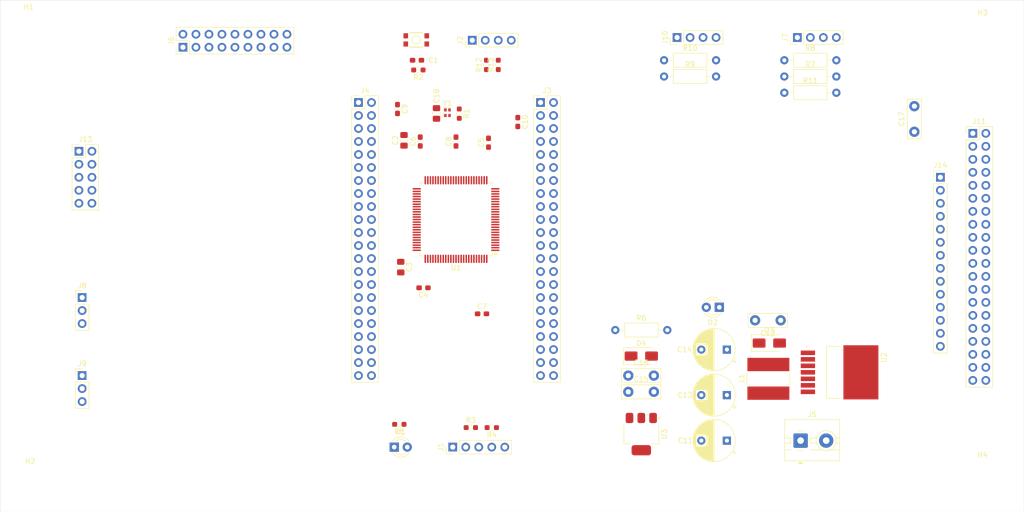
<source format=kicad_pcb>
(kicad_pcb (version 20241229) (generator "pcbnew") (generator_version "9.0")
  (layers (0 "F.Cu" signal) (2 "B.Cu" signal) (13 "F.Paste" user) (15 "B.Paste" user) (5 "F.SilkS" user "F.Silkscreen") (7 "B.SilkS" user "B.Silkscreen") (1 "F.Mask" user) (3 "B.Mask" user) (25 "Edge.Cuts" user))
  (net 0 "")
  (net 1 "GND")
  (net 2 "Net-(C2-Pad1)")
  (net 3 "Net-(C3-Pad1)")
  (net 4 "+3.3V")
  (net 5 "Net-(J5-Pin_1)")
  (net 6 "Net-(D3-K)")
  (net 7 "Net-(U2-BOOST)")
  (net 8 "VCC")
  (net 9 "Net-(D1-A)")
  (net 10 "PA1")
  (net 11 "Net-(D2-A)")
  (net 12 "/DEVEBOX/SWDIO")
  (net 13 "/DEVEBOX/SWCLK")
  (net 14 "/DEVEBOX/BOOT0")
  (net 15 "PA10")
  (net 17 "PA11")
  (net 18 "+5V")
  (net 19 "PC11")
  (net 20 "PC8")
  (net 21 "PA8")
  (net 22 "PD9")
  (net 23 "PC9")
  (net 24 "PD12")
  (net 25 "PD6")
  (net 26 "PA12")
  (net 27 "PE1")
  (net 28 "PD2")
  (net 29 "PD11")
  (net 30 "PD1")
  (net 31 "PE0")
  (net 32 "PD4")
  (net 33 "PA15")
  (net 34 "PB8")
  (net 35 "PC6")
  (net 36 "PD10")
  (net 37 "PB5")
  (net 38 "PB4")
  (net 39 "PD15")
  (net 40 "PD0")
  (net 41 "PD14")
  (net 42 "PB6")
  (net 43 "PD7")
  (net 44 "PB7")
  (net 45 "PC7")
  (net 46 "PB9")
  (net 47 "PC10")
  (net 48 "PC12")
  (net 49 "PB3")
  (net 50 "PD3")
  (net 51 "PD13")
  (net 52 "PD5")
  (net 53 "PA9")
  (net 54 "PD8")
  (net 55 "PB15")
  (net 56 "PB13")
  (net 57 "PA2")
  (net 58 "PE13")
  (net 59 "PC5")
  (net 60 "PB1")
  (net 61 "PB2")
  (net 62 "PC1")
  (net 63 "PA5")
  (net 64 "PC3")
  (net 65 "PE9")
  (net 66 "PE5")
  (net 67 "PE4")
  (net 68 "PE11")
  (net 69 "PC0")
  (net 70 "PA4")
  (net 71 "PC13")
  (net 72 "PE14")
  (net 74 "PE12")
  (net 75 "PB11")
  (net 76 "PC4")
  (net 77 "PA6")
  (net 78 "PA3")
  (net 79 "PE2")
  (net 80 "PA0")
  (net 81 "PE6")
  (net 82 "PE8")
  (net 83 "PE7")
  (net 84 "PA7")
  (net 86 "PB10")
  (net 87 "PE15")
  (net 88 "PE3")
  (net 89 "PB12")
  (net 90 "PC2")
  (net 91 "PE10")
  (net 92 "PB14")
  (net 93 "PB0")
  (net 108 "Net-(Y1-OUT)")
  (net 109 "Net-(U1-PH0)")
  (net 113 "Net-(SW1-B)")
  (net 114 "Net-(J2-Pin_3)")
  (net 115 "Net-(J2-Pin_2)")
  (footprint "Capacitor_SMD:C_0603_1608Metric_Pad1.08x0.95mm_HandSolder" (layer "F.Cu") (at 139.05 47.62 90)
    (property "Reference" "C8" (at 0 -1.43 90) (layer "F.SilkS"))
    (property "Value" "104")
    (pad "1" smd roundrect (at -0.8625 0 90) (size 1.075 0.95) (layers "F.Cu" "F.Mask" "F.Paste") (net 4 "+3.3V"))
    (pad "2" smd roundrect (at 0.8625 0 90) (size 1.075 0.95) (layers "F.Cu" "F.Mask" "F.Paste") (net 1 "GND"))
  )
  (footprint "Connector_PinHeader_2.54mm:PinHeader_1x03_P2.54mm_Vertical" (layer "F.Cu") (at 66.025 78.1)
    (property "Reference" "J8" (at 0 -2.33 0) (layer "F.SilkS"))
    (property "Value" "Conn_01x03")
    (pad "1" thru_hole rect (at 0 0) (size 1.7 1.7) (drill 1) (layers "*.Cu" "*.Mask") (net 53 "PA9"))
    (pad "2" thru_hole oval (at 0 2.54) (size 1.7 1.7) (drill 1) (layers "*.Cu" "*.Mask") (net 1 "GND"))
    (pad "3" thru_hole oval (at 0 5.08) (size 1.7 1.7) (drill 1) (layers "*.Cu" "*.Mask") (net 15 "PA10"))
  )
  (footprint "Resistor_SMD:R_0603_1608Metric_Pad0.98x0.95mm_HandSolder" (layer "F.Cu") (at 146.035 103.5 180)
    (property "Reference" "R4" (at 0 -1.43 0) (layer "F.SilkS"))
    (property "Value" "10K")
    (pad "1" smd roundrect (at -0.9125 0 180) (size 0.975 0.95) (layers "F.Cu" "F.Mask" "F.Paste") (net 13 "/DEVEBOX/SWCLK"))
    (pad "2" smd roundrect (at 0.9125 0 180) (size 0.975 0.95) (layers "F.Cu" "F.Mask" "F.Paste") (net 1 "GND"))
  )
  (footprint "Package_QFP:LQFP-100_14x14mm_P0.5mm" (layer "F.Cu") (at 139.05 62.86 180)
    (property "Reference" "U1" (at 0 -9.42 0) (layer "F.SilkS"))
    (property "Value" "STM32H743VITx")
    (pad "1" smd roundrect (at -7.675 -6 180) (size 1.6 0.3) (layers "F.Cu" "F.Mask" "F.Paste") (net 79 "PE2"))
    (pad "2" smd roundrect (at -7.675 -5.5 180) (size 1.6 0.3) (layers "F.Cu" "F.Mask" "F.Paste") (net 88 "PE3"))
    (pad "3" smd roundrect (at -7.675 -5 180) (size 1.6 0.3) (layers "F.Cu" "F.Mask" "F.Paste") (net 67 "PE4"))
    (pad "4" smd roundrect (at -7.675 -4.5 180) (size 1.6 0.3) (layers "F.Cu" "F.Mask" "F.Paste") (net 66 "PE5"))
    (pad "5" smd roundrect (at -7.675 -4 180) (size 1.6 0.3) (layers "F.Cu" "F.Mask" "F.Paste") (net 81 "PE6"))
    (pad "6" smd roundrect (at -7.675 -3.5 180) (size 1.6 0.3) (layers "F.Cu" "F.Mask" "F.Paste") (net 4 "+3.3V"))
    (pad "7" smd roundrect (at -7.675 -3 180) (size 1.6 0.3) (layers "F.Cu" "F.Mask" "F.Paste") (net 71 "PC13"))
    (pad "8" smd roundrect (at -7.675 -2.5 180) (size 1.6 0.3) (layers "F.Cu" "F.Mask" "F.Paste"))
    (pad "9" smd roundrect (at -7.675 -2 180) (size 1.6 0.3) (layers "F.Cu" "F.Mask" "F.Paste"))
    (pad "10" smd roundrect (at -7.675 -1.5 180) (size 1.6 0.3) (layers "F.Cu" "F.Mask" "F.Paste") (net 1 "GND"))
    (pad "11" smd roundrect (at -7.675 -1 180) (size 1.6 0.3) (layers "F.Cu" "F.Mask" "F.Paste") (net 4 "+3.3V"))
    (pad "12" smd roundrect (at -7.675 -0.5 180) (size 1.6 0.3) (layers "F.Cu" "F.Mask" "F.Paste") (net 109 "Net-(U1-PH0)"))
    (pad "13" smd roundrect (at -7.675 0 180) (size 1.6 0.3) (layers "F.Cu" "F.Mask" "F.Paste"))
    (pad "14" smd roundrect (at -7.675 0.5 180) (size 1.6 0.3) (layers "F.Cu" "F.Mask" "F.Paste") (net 113 "Net-(SW1-B)"))
    (pad "15" smd roundrect (at -7.675 1 180) (size 1.6 0.3) (layers "F.Cu" "F.Mask" "F.Paste") (net 69 "PC0"))
    (pad "16" smd roundrect (at -7.675 1.5 180) (size 1.6 0.3) (layers "F.Cu" "F.Mask" "F.Paste") (net 62 "PC1"))
    (pad "17" smd roundrect (at -7.675 2 180) (size 1.6 0.3) (layers "F.Cu" "F.Mask" "F.Paste") (net 90 "PC2"))
    (pad "18" smd roundrect (at -7.675 2.5 180) (size 1.6 0.3) (layers "F.Cu" "F.Mask" "F.Paste") (net 64 "PC3"))
    (pad "19" smd roundrect (at -7.675 3 180) (size 1.6 0.3) (layers "F.Cu" "F.Mask" "F.Paste") (net 1 "GND"))
    (pad "20" smd roundrect (at -7.675 3.5 180) (size 1.6 0.3) (layers "F.Cu" "F.Mask" "F.Paste") (net 4 "+3.3V"))
    (pad "21" smd roundrect (at -7.675 4 180) (size 1.6 0.3) (layers "F.Cu" "F.Mask" "F.Paste") (net 4 "+3.3V"))
    (pad "22" smd roundrect (at -7.675 4.5 180) (size 1.6 0.3) (layers "F.Cu" "F.Mask" "F.Paste") (net 80 "PA0"))
    (pad "23" smd roundrect (at -7.675 5 180) (size 1.6 0.3) (layers "F.Cu" "F.Mask" "F.Paste") (net 10 "PA1"))
    (pad "24" smd roundrect (at -7.675 5.5 180) (size 1.6 0.3) (layers "F.Cu" "F.Mask" "F.Paste") (net 57 "PA2"))
    (pad "25" smd roundrect (at -7.675 6 180) (size 1.6 0.3) (layers "F.Cu" "F.Mask" "F.Paste") (net 78 "PA3"))
    (pad "26" smd roundrect (at -6 7.675 180) (size 0.3 1.6) (layers "F.Cu" "F.Mask" "F.Paste") (net 1 "GND"))
    (pad "27" smd roundrect (at -5.5 7.675 180) (size 0.3 1.6) (layers "F.Cu" "F.Mask" "F.Paste") (net 4 "+3.3V"))
    (pad "28" smd roundrect (at -5 7.675 180) (size 0.3 1.6) (layers "F.Cu" "F.Mask" "F.Paste") (net 70 "PA4"))
    (pad "29" smd roundrect (at -4.5 7.675 180) (size 0.3 1.6) (layers "F.Cu" "F.Mask" "F.Paste") (net 63 "PA5"))
    (pad "30" smd roundrect (at -4 7.675 180) (size 0.3 1.6) (layers "F.Cu" "F.Mask" "F.Paste") (net 77 "PA6"))
    (pad "31" smd roundrect (at -3.5 7.675 180) (size 0.3 1.6) (layers "F.Cu" "F.Mask" "F.Paste") (net 84 "PA7"))
    (pad "32" smd roundrect (at -3 7.675 180) (size 0.3 1.6) (layers "F.Cu" "F.Mask" "F.Paste") (net 76 "PC4"))
    (pad "33" smd roundrect (at -2.5 7.675 180) (size 0.3 1.6) (layers "F.Cu" "F.Mask" "F.Paste") (net 59 "PC5"))
    (pad "34" smd roundrect (at -2 7.675 180) (size 0.3 1.6) (layers "F.Cu" "F.Mask" "F.Paste") (net 93 "PB0"))
    (pad "35" smd roundrect (at -1.5 7.675 180) (size 0.3 1.6) (layers "F.Cu" "F.Mask" "F.Paste") (net 60 "PB1"))
    (pad "36" smd roundrect (at -1 7.675 180) (size 0.3 1.6) (layers "F.Cu" "F.Mask" "F.Paste") (net 61 "PB2"))
    (pad "37" smd roundrect (at -0.5 7.675 180) (size 0.3 1.6) (layers "F.Cu" "F.Mask" "F.Paste") (net 83 "PE7"))
    (pad "38" smd roundrect (at 0 7.675 180) (size 0.3 1.6) (layers "F.Cu" "F.Mask" "F.Paste") (net 82 "PE8"))
    (pad "39" smd roundrect (at 0.5 7.675 180) (size 0.3 1.6) (layers "F.Cu" "F.Mask" "F.Paste") (net 65 "PE9"))
    (pad "40" smd roundrect (at 1 7.675 180) (size 0.3 1.6) (layers "F.Cu" "F.Mask" "F.Paste") (net 91 "PE10"))
    (pad "41" smd roundrect (at 1.5 7.675 180) (size 0.3 1.6) (layers "F.Cu" "F.Mask" "F.Paste") (net 68 "PE11"))
    (pad "42" smd roundrect (at 2 7.675 180) (size 0.3 1.6) (layers "F.Cu" "F.Mask" "F.Paste") (net 74 "PE12"))
    (pad "43" smd roundrect (at 2.5 7.675 180) (size 0.3 1.6) (layers "F.Cu" "F.Mask" "F.Paste") (net 58 "PE13"))
    (pad "44" smd roundrect (at 3 7.675 180) (size 0.3 1.6) (layers "F.Cu" "F.Mask" "F.Paste") (net 72 "PE14"))
    (pad "45" smd roundrect (at 3.5 7.675 180) (size 0.3 1.6) (layers "F.Cu" "F.Mask" "F.Paste") (net 87 "PE15"))
    (pad "46" smd roundrect (at 4 7.675 180) (size 0.3 1.6) (layers "F.Cu" "F.Mask" "F.Paste") (net 86 "PB10"))
    (pad "47" smd roundrect (at 4.5 7.675 180) (size 0.3 1.6) (layers "F.Cu" "F.Mask" "F.Paste") (net 75 "PB11"))
    (pad "48" smd roundrect (at 5 7.675 180) (size 0.3 1.6) (layers "F.Cu" "F.Mask" "F.Paste") (net 2 "Net-(C2-Pad1)"))
    (pad "49" smd roundrect (at 5.5 7.675 180) (size 0.3 1.6) (layers "F.Cu" "F.Mask" "F.Paste") (net 1 "GND"))
    (pad "50" smd roundrect (at 6 7.675 180) (size 0.3 1.6) (layers "F.Cu" "F.Mask" "F.Paste") (net 4 "+3.3V"))
    (pad "51" smd roundrect (at 7.675 6 180) (size 1.6 0.3) (layers "F.Cu" "F.Mask" "F.Paste") (net 89 "PB12"))
    (pad "52" smd roundrect (at 7.675 5.5 180) (size 1.6 0.3) (layers "F.Cu" "F.Mask" "F.Paste") (net 56 "PB13"))
    (pad "53" smd roundrect (at 7.675 5 180) (size 1.6 0.3) (layers "F.Cu" "F.Mask" "F.Paste") (net 92 "PB14"))
    (pad "54" smd roundrect (at 7.675 4.5 180) (size 1.6 0.3) (layers "F.Cu" "F.Mask" "F.Paste") (net 55 "PB15"))
    (pad "55" smd roundrect (at 7.675 4 180) (size 1.6 0.3) (layers "F.Cu" "F.Mask" "F.Paste") (net 54 "PD8"))
    (pad "56" smd roundrect (at 7.675 3.5 180) (size 1.6 0.3) (layers "F.Cu" "F.Mask" "F.Paste") (net 22 "PD9"))
    (pad "57" smd roundrect (at 7.675 3 180) (size 1.6 0.3) (layers "F.Cu" "F.Mask" "F.Paste") (net 36 "PD10"))
    (pad "58" smd roundrect (at 7.675 2.5 180) (size 1.6 0.3) (layers "F.Cu" "F.Mask" "F.Paste") (net 29 "PD11"))
    (pad "59" smd roundrect (at 7.675 2 180) (size 1.6 0.3) (layers "F.Cu" "F.Mask" "F.Paste") (net 24 "PD12"))
    (pad "60" smd roundrect (at 7.675 1.5 180) (size 1.6 0.3) (layers "F.Cu" "F.Mask" "F.Paste") (net 51 "PD13"))
    (pad "61" smd roundrect (at 7.675 1 180) (size 1.6 0.3) (layers "F.Cu" "F.Mask" "F.Paste") (net 41 "PD14"))
    (pad "62" smd roundrect (at 7.675 0.5 180) (size 1.6 0.3) (layers "F.Cu" "F.Mask" "F.Paste") (net 39 "PD15"))
    (pad "63" smd roundrect (at 7.675 0 180) (size 1.6 0.3) (layers "F.Cu" "F.Mask" "F.Paste") (net 35 "PC6"))
    (pad "64" smd roundrect (at 7.675 -0.5 180) (size 1.6 0.3) (layers "F.Cu" "F.Mask" "F.Paste") (net 45 "PC7"))
    (pad "65" smd roundrect (at 7.675 -1 180) (size 1.6 0.3) (layers "F.Cu" "F.Mask" "F.Paste") (net 20 "PC8"))
    (pad "66" smd roundrect (at 7.675 -1.5 180) (size 1.6 0.3) (layers "F.Cu" "F.Mask" "F.Paste") (net 23 "PC9"))
    (pad "67" smd roundrect (at 7.675 -2 180) (size 1.6 0.3) (layers "F.Cu" "F.Mask" "F.Paste") (net 21 "PA8"))
    (pad "68" smd roundrect (at 7.675 -2.5 180) (size 1.6 0.3) (layers "F.Cu" "F.Mask" "F.Paste") (net 53 "PA9"))
    (pad "69" smd roundrect (at 7.675 -3 180) (size 1.6 0.3) (layers "F.Cu" "F.Mask" "F.Paste") (net 15 "PA10"))
    (pad "70" smd roundrect (at 7.675 -3.5 180) (size 1.6 0.3) (layers "F.Cu" "F.Mask" "F.Paste") (net 17 "PA11"))
    (pad "71" smd roundrect (at 7.675 -4 180) (size 1.6 0.3) (layers "F.Cu" "F.Mask" "F.Paste") (net 26 "PA12"))
    (pad "72" smd roundrect (at 7.675 -4.5 180) (size 1.6 0.3) (layers "F.Cu" "F.Mask" "F.Paste") (net 12 "/DEVEBOX/SWDIO"))
    (pad "73" smd roundrect (at 7.675 -5 180) (size 1.6 0.3) (layers "F.Cu" "F.Mask" "F.Paste") (net 3 "Net-(C3-Pad1)"))
    (pad "74" smd roundrect (at 7.675 -5.5 180) (size 1.6 0.3) (layers "F.Cu" "F.Mask" "F.Paste") (net 1 "GND"))
    (pad "75" smd roundrect (at 7.675 -6 180) (size 1.6 0.3) (layers "F.Cu" "F.Mask" "F.Paste") (net 4 "+3.3V"))
    (pad "76" smd roundrect (at 6 -7.675 180) (size 0.3 1.6) (layers "F.Cu" "F.Mask" "F.Paste") (net 13 "/DEVEBOX/SWCLK"))
    (pad "77" smd roundrect (at 5.5 -7.675 180) (size 0.3 1.6) (layers "F.Cu" "F.Mask" "F.Paste") (net 33 "PA15"))
    (pad "78" smd roundrect (at 5 -7.675 180) (size 0.3 1.6) (layers "F.Cu" "F.Mask" "F.Paste") (net 47 "PC10"))
    (pad "79" smd roundrect (at 4.5 -7.675 180) (size 0.3 1.6) (layers "F.Cu" "F.Mask" "F.Paste") (net 19 "PC11"))
    (pad "80" smd roundrect (at 4 -7.675 180) (size 0.3 1.6) (layers "F.Cu" "F.Mask" "F.Paste") (net 48 "PC12"))
    (pad "81" smd roundrect (at 3.5 -7.675 180) (size 0.3 1.6) (layers "F.Cu" "F.Mask" "F.Paste") (net 40 "PD0"))
    (pad "82" smd roundrect (at 3 -7.675 180) (size 0.3 1.6) (layers "F.Cu" "F.Mask" "F.Paste") (net 30 "PD1"))
    (pad "83" smd roundrect (at 2.5 -7.675 180) (size 0.3 1.6) (layers "F.Cu" "F.Mask" "F.Paste") (net 28 "PD2"))
    (pad "84" smd roundrect (at 2 -7.675 180) (size 0.3 1.6) (layers "F.Cu" "F.Mask" "F.Paste") (net 50 "PD3"))
    (pad "85" smd roundrect (at 1.5 -7.675 180) (size 0.3 1.6) (layers "F.Cu" "F.Mask" "F.Paste") (net 32 "PD4"))
    (pad "86" smd roundrect (at 1 -7.675 180) (size 0.3 1.6) (layers "F.Cu" "F.Mask" "F.Paste") (net 52 "PD5"))
    (pad "87" smd roundrect (at 0.5 -7.675 180) (size 0.3 1.6) (layers "F.Cu" "F.Mask" "F.Paste") (net 25 "PD6"))
    (pad "88" smd roundrect (at 0 -7.675 180) (size 0.3 1.6) (layers "F.Cu" "F.Mask" "F.Paste") (net 43 "PD7"))
    (pad "89" smd roundrect (at -0.5 -7.675 180) (size 0.3 1.6) (layers "F.Cu" "F.Mask" "F.Paste") (net 49 "PB3"))
    (pad "90" smd roundrect (at -1 -7.675 180) (size 0.3 1.6) (layers "F.Cu" "F.Mask" "F.Paste") (net 38 "PB4"))
    (pad "91" smd roundrect (at -1.5 -7.675 180) (size 0.3 1.6) (layers "F.Cu" "F.Mask" "F.Paste") (net 37 "PB5"))
    (pad "92" smd roundrect (at -2 -7.675 180) (size 0.3 1.6) (layers "F.Cu" "F.Mask" "F.Paste") (net 42 "PB6"))
    (pad "93" smd roundrect (at -2.5 -7.675 180) (size 0.3 1.6) (layers "F.Cu" "F.Mask" "F.Paste") (net 44 "PB7"))
    (pad "94" smd roundrect (at -3 -7.675 180) (size 0.3 1.6) (layers "F.Cu" "F.Mask" "F.Paste") (net 14 "/DEVEBOX/BOOT0"))
    (pad "95" smd roundrect (at -3.5 -7.675 180) (size 0.3 1.6) (layers "F.Cu" "F.Mask" "F.Paste") (net 34 "PB8"))
    (pad "96" smd roundrect (at -4 -7.675 180) (size 0.3 1.6) (layers "F.Cu" "F.Mask" "F.Paste") (net 46 "PB9"))
    (pad "97" smd roundrect (at -4.5 -7.675 180) (size 0.3 1.6) (layers "F.Cu" "F.Mask" "F.Paste") (net 31 "PE0"))
    (pad "98" smd roundrect (at -5 -7.675 180) (size 0.3 1.6) (layers "F.Cu" "F.Mask" "F.Paste") (net 27 "PE1"))
    (pad "99" smd roundrect (at -5.5 -7.675 180) (size 0.3 1.6) (layers "F.Cu" "F.Mask" "F.Paste") (net 1 "GND"))
    (pad "100" smd roundrect (at -6 -7.675 180) (size 0.3 1.6) (layers "F.Cu" "F.Mask" "F.Paste") (net 4 "+3.3V"))
  )
  (footprint "Connector_PinHeader_2.54mm:PinHeader_1x04_P2.54mm_Vertical" (layer "F.Cu") (at 142.225 27.84 90)
    (property "Reference" "J2" (at 0 -2.33 90) (layer "F.SilkS"))
    (property "Value" "USB")
    (pad "1" thru_hole rect (at 0 0 90) (size 1.7 1.7) (drill 1) (layers "*.Cu" "*.Mask"))
    (pad "2" thru_hole oval (at 0 2.54 90) (size 1.7 1.7) (drill 1) (layers "*.Cu" "*.Mask") (net 115 "Net-(J2-Pin_2)"))
    (pad "3" thru_hole oval (at 0 5.08 90) (size 1.7 1.7) (drill 1) (layers "*.Cu" "*.Mask") (net 114 "Net-(J2-Pin_3)"))
    (pad "4" thru_hole oval (at 0 7.62 90) (size 1.7 1.7) (drill 1) (layers "*.Cu" "*.Mask") (net 1 "GND"))
  )
  (footprint "Connector_PinHeader_2.54mm:PinHeader_2x20_P2.54mm_Vertical" (layer "F.Cu") (at 240 46.02)
    (property "Reference" "J11" (at 1.27 -2.33 0) (layer "F.SilkS"))
    (property "Value" "TFT_LCD2")
    (pad "1" thru_hole rect (at 0 0) (size 1.7 1.7) (drill 1) (layers "*.Cu" "*.Mask") (net 1 "GND"))
    (pad "2" thru_hole oval (at 2.54 0) (size 1.7 1.7) (drill 1) (layers "*.Cu" "*.Mask") (net 8 "VCC"))
    (pad "3" thru_hole oval (at 0 2.54) (size 1.7 1.7) (drill 1) (layers "*.Cu" "*.Mask") (net 43 "PD7"))
    (pad "4" thru_hole oval (at 2.54 2.54) (size 1.7 1.7) (drill 1) (layers "*.Cu" "*.Mask") (net 29 "PD11"))
    (pad "5" thru_hole oval (at 0 5.08) (size 1.7 1.7) (drill 1) (layers "*.Cu" "*.Mask") (net 32 "PD4"))
    (pad "6" thru_hole oval (at 2.54 5.08) (size 1.7 1.7) (drill 1) (layers "*.Cu" "*.Mask") (net 52 "PD5"))
    (pad "7" thru_hole oval (at 0 7.62) (size 1.7 1.7) (drill 1) (layers "*.Cu" "*.Mask") (net 76 "PC4"))
    (pad "8" thru_hole oval (at 2.54 7.62) (size 1.7 1.7) (drill 1) (layers "*.Cu" "*.Mask") (net 28 "PD2"))
    (pad "9" thru_hole oval (at 0 10.16) (size 1.7 1.7) (drill 1) (layers "*.Cu" "*.Mask") (net 41 "PD14"))
    (pad "10" thru_hole oval (at 2.54 10.16) (size 1.7 1.7) (drill 1) (layers "*.Cu" "*.Mask") (net 39 "PD15"))
    (pad "11" thru_hole oval (at 0 12.7) (size 1.7 1.7) (drill 1) (layers "*.Cu" "*.Mask") (net 40 "PD0"))
    (pad "12" thru_hole oval (at 2.54 12.7) (size 1.7 1.7) (drill 1) (layers "*.Cu" "*.Mask") (net 30 "PD1"))
    (pad "13" thru_hole oval (at 0 15.24) (size 1.7 1.7) (drill 1) (layers "*.Cu" "*.Mask") (net 83 "PE7"))
    (pad "14" thru_hole oval (at 2.54 15.24) (size 1.7 1.7) (drill 1) (layers "*.Cu" "*.Mask") (net 82 "PE8"))
    (pad "15" thru_hole oval (at 0 17.78) (size 1.7 1.7) (drill 1) (layers "*.Cu" "*.Mask") (net 65 "PE9"))
    (pad "16" thru_hole oval (at 2.54 17.78) (size 1.7 1.7) (drill 1) (layers "*.Cu" "*.Mask") (net 91 "PE10"))
    (pad "17" thru_hole oval (at 0 20.32) (size 1.7 1.7) (drill 1) (layers "*.Cu" "*.Mask") (net 68 "PE11"))
    (pad "18" thru_hole oval (at 2.54 20.32) (size 1.7 1.7) (drill 1) (layers "*.Cu" "*.Mask") (net 74 "PE12"))
    (pad "19" thru_hole oval (at 0 22.86) (size 1.7 1.7) (drill 1) (layers "*.Cu" "*.Mask") (net 58 "PE13"))
    (pad "20" thru_hole oval (at 2.54 22.86) (size 1.7 1.7) (drill 1) (layers "*.Cu" "*.Mask") (net 72 "PE14"))
    (pad "21" thru_hole oval (at 0 25.4) (size 1.7 1.7) (drill 1) (layers "*.Cu" "*.Mask") (net 87 "PE15"))
    (pad "22" thru_hole oval (at 2.54 25.4) (size 1.7 1.7) (drill 1) (layers "*.Cu" "*.Mask") (net 54 "PD8"))
    (pad "23" thru_hole oval (at 0 27.94) (size 1.7 1.7) (drill 1) (layers "*.Cu" "*.Mask") (net 22 "PD9"))
    (pad "24" thru_hole oval (at 2.54 27.94) (size 1.7 1.7) (drill 1) (layers "*.Cu" "*.Mask") (net 36 "PD10"))
    (pad "25" thru_hole oval (at 0 30.48) (size 1.7 1.7) (drill 1) (layers "*.Cu" "*.Mask"))
    (pad "26" thru_hole oval (at 2.54 30.48) (size 1.7 1.7) (drill 1) (layers "*.Cu" "*.Mask"))
    (pad "27" thru_hole oval (at 0 33.02) (size 1.7 1.7) (drill 1) (layers "*.Cu" "*.Mask"))
    (pad "28" thru_hole oval (at 2.54 33.02) (size 1.7 1.7) (drill 1) (layers "*.Cu" "*.Mask"))
    (pad "29" thru_hole oval (at 0 35.56) (size 1.7 1.7) (drill 1) (layers "*.Cu" "*.Mask"))
    (pad "30" thru_hole oval (at 2.54 35.56) (size 1.7 1.7) (drill 1) (layers "*.Cu" "*.Mask"))
    (pad "31" thru_hole oval (at 0 38.1) (size 1.7 1.7) (drill 1) (layers "*.Cu" "*.Mask"))
    (pad "32" thru_hole oval (at 2.54 38.1) (size 1.7 1.7) (drill 1) (layers "*.Cu" "*.Mask"))
    (pad "33" thru_hole oval (at 0 40.64) (size 1.7 1.7) (drill 1) (layers "*.Cu" "*.Mask"))
    (pad "34" thru_hole oval (at 2.54 40.64) (size 1.7 1.7) (drill 1) (layers "*.Cu" "*.Mask") (net 34 "PB8"))
    (pad "35" thru_hole oval (at 0 43.18) (size 1.7 1.7) (drill 1) (layers "*.Cu" "*.Mask") (net 46 "PB9"))
    (pad "36" thru_hole oval (at 2.54 43.18) (size 1.7 1.7) (drill 1) (layers "*.Cu" "*.Mask") (net 59 "PC5"))
    (pad "37" thru_hole oval (at 0 45.72) (size 1.7 1.7) (drill 1) (layers "*.Cu" "*.Mask"))
    (pad "38" thru_hole oval (at 2.54 45.72) (size 1.7 1.7) (drill 1) (layers "*.Cu" "*.Mask"))
    (pad "39" thru_hole oval (at 0 48.26) (size 1.7 1.7) (drill 1) (layers "*.Cu" "*.Mask") (net 93 "PB0"))
    (pad "40" thru_hole oval (at 2.54 48.26) (size 1.7 1.7) (drill 1) (layers "*.Cu" "*.Mask"))
  )
  (footprint "Resistor_THT:R_Axial_DIN0207_L6.3mm_D2.5mm_P10.16mm_Horizontal" (layer "F.Cu") (at 170.165 84.45)
    (property "Reference" "R6" (at 5.08 -2.37 0) (layer "F.SilkS"))
    (property "Value" "330")
    (pad "1" thru_hole circle (at 0 0) (size 1.6 1.6) (drill 0.8) (layers "*.Cu" "*.Mask") (net 8 "VCC"))
    (pad "2" thru_hole oval (at 10.16 0) (size 1.6 1.6) (drill 0.8) (layers "*.Cu" "*.Mask") (net 11 "Net-(D2-A)"))
  )
  (footprint "Connector_PinHeader_2.54mm:PinHeader_1x04_P2.54mm_Vertical" (layer "F.Cu") (at 205.725 27.3 90)
    (property "Reference" "J7" (at 0 -2.33 90) (layer "F.SilkS"))
    (property "Value" "LCD_CHAR")
    (pad "1" thru_hole rect (at 0 0 90) (size 1.7 1.7) (drill 1) (layers "*.Cu" "*.Mask") (net 1 "GND"))
    (pad "2" thru_hole oval (at 0 2.54 90) (size 1.7 1.7) (drill 1) (layers "*.Cu" "*.Mask") (net 8 "VCC"))
    (pad "3" thru_hole oval (at 0 5.08 90) (size 1.7 1.7) (drill 1) (layers "*.Cu" "*.Mask") (net 46 "PB9"))
    (pad "4" thru_hole oval (at 0 7.62 90) (size 1.7 1.7) (drill 1) (layers "*.Cu" "*.Mask") (net 34 "PB8"))
  )
  (footprint "Resistor_SMD:R_0603_1608Metric_Pad0.98x0.95mm_HandSolder" (layer "F.Cu") (at 144.99 32.65 90)
    (property "Reference" "R12" (at 0 -1.43 90) (layer "F.SilkS"))
    (property "Value" "33")
    (pad "1" smd roundrect (at -0.9125 0 90) (size 0.975 0.95) (layers "F.Cu" "F.Mask" "F.Paste") (net 17 "PA11"))
    (pad "2" smd roundrect (at 0.9125 0 90) (size 0.975 0.95) (layers "F.Cu" "F.Mask" "F.Paste") (net 115 "Net-(J2-Pin_2)"))
  )
  (footprint "Connector_PinHeader_2.54mm:PinHeader_1x05_P2.54mm_Vertical" (layer "F.Cu") (at 138.415 107.31 90)
    (property "Reference" "J1" (at 0 -2.33 90) (layer "F.SilkS"))
    (property "Value" "ST-LINK")
    (pad "1" thru_hole rect (at 0 0 90) (size 1.7 1.7) (drill 1) (layers "*.Cu" "*.Mask") (net 14 "/DEVEBOX/BOOT0"))
    (pad "2" thru_hole oval (at 0 2.54 90) (size 1.7 1.7) (drill 1) (layers "*.Cu" "*.Mask") (net 4 "+3.3V"))
    (pad "3" thru_hole oval (at 0 5.08 90) (size 1.7 1.7) (drill 1) (layers "*.Cu" "*.Mask") (net 1 "GND"))
    (pad "4" thru_hole oval (at 0 7.62 90) (size 1.7 1.7) (drill 1) (layers "*.Cu" "*.Mask") (net 12 "/DEVEBOX/SWDIO"))
    (pad "5" thru_hole oval (at 0 10.16 90) (size 1.7 1.7) (drill 1) (layers "*.Cu" "*.Mask") (net 13 "/DEVEBOX/SWCLK"))
  )
  (footprint "Capacitor_THT:CP_Radial_D8.0mm_P5.00mm" (layer "F.Cu") (at 191.967651 88.26 180)
    (property "Reference" "C14" (at 8.255 0 0) (layer "F.SilkS"))
    (property "Value" "100uF" (hide yes))
    (pad "1" thru_hole rect (at 0 0 180) (size 1.6 1.6) (drill 0.8) (layers "*.Cu" "*.Mask") (net 8 "VCC"))
    (pad "2" thru_hole circle (at 5 0 180) (size 1.6 1.6) (drill 0.8) (layers "*.Cu" "*.Mask") (net 1 "GND"))
  )
  (footprint "Capacitor_SMD:C_0603_1608Metric_Pad1.08x0.95mm_HandSolder" (layer "F.Cu") (at 127.62 41.27 -90)
    (property "Reference" "C9" (at 0 -1.43 270) (layer "F.SilkS"))
    (property "Value" "104")
    (pad "1" smd roundrect (at -0.8625 0 270) (size 1.075 0.95) (layers "F.Cu" "F.Mask" "F.Paste") (net 4 "+3.3V"))
    (pad "2" smd roundrect (at 0.8625 0 270) (size 1.075 0.95) (layers "F.Cu" "F.Mask" "F.Paste") (net 1 "GND"))
  )
  (footprint "Capacitor_SMD:C_0603_1608Metric_Pad1.08x0.95mm_HandSolder" (layer "F.Cu") (at 131.43 31.745)
    (property "Reference" "C1" (at 3.175 0 0) (layer "F.SilkS"))
    (property "Value" "104" (hide yes))
    (pad "1" smd roundrect (at -0.8625 0) (size 1.075 0.95) (layers "F.Cu" "F.Mask" "F.Paste") (net 113 "Net-(SW1-B)"))
    (pad "2" smd roundrect (at 0.8625 0) (size 1.075 0.95) (layers "F.Cu" "F.Mask" "F.Paste") (net 1 "GND"))
  )
  (footprint "Button_Switch_THT:Momentary_SMD_4.6x2.8mm" (layer "F.Cu") (at 131.285 27.77)
    (property "Reference" "SW1")
    (property "Value" "tact switch")
    (pad "1" smd rect (at -2.05 -0.8) (size 0.9 1) (layers "F.Cu" "F.Mask" "F.Paste") (net 1 "GND"))
    (pad "1" smd rect (at 2.05 -0.8) (size 0.9 1) (layers "F.Cu" "F.Mask" "F.Paste") (net 1 "GND"))
    (pad "2" smd rect (at -2.05 0.8) (size 0.9 1) (layers "F.Cu" "F.Mask" "F.Paste") (net 113 "Net-(SW1-B)"))
    (pad "2" smd rect (at 2.05 0.8) (size 0.9 1) (layers "F.Cu" "F.Mask" "F.Paste") (net 113 "Net-(SW1-B)"))
  )
  (footprint "Resistor_THT:R_Axial_DIN0207_L6.3mm_D2.5mm_P10.16mm_Horizontal" (layer "F.Cu") (at 179.69 34.92)
    (property "Reference" "R9" (at 5.08 -2.37 0) (layer "F.SilkS"))
    (property "Value" "4.7K")
    (pad "1" thru_hole circle (at 0 0) (size 1.6 1.6) (drill 0.8) (layers "*.Cu" "*.Mask") (net 4 "+3.3V"))
    (pad "2" thru_hole oval (at 10.16 0) (size 1.6 1.6) (drill 0.8) (layers "*.Cu" "*.Mask") (net 75 "PB11"))
  )
  (footprint "Inductor_SMD:L_Bourns-SRN8040_8x8.15mm" (layer "F.Cu") (at 200.067349 93.975 90)
    (property "Reference" "L1" (at 0.09 -5.23 90) (layer "F.SilkS"))
    (property "Value" "33UH")
    (pad "1" smd rect (at -2.8 0 90) (size 2.6 8.2) (layers "F.Cu" "F.Mask" "F.Paste") (net 8 "VCC"))
    (pad "2" smd rect (at 2.8 0 90) (size 2.6 8.2) (layers "F.Cu" "F.Mask" "F.Paste") (net 6 "Net-(D3-K)"))
  )
  (footprint "Resistor_THT:R_Axial_DIN0207_L6.3mm_D2.5mm_P10.16mm_Horizontal" (layer "F.Cu") (at 203.185 31.745)
    (property "Reference" "R8" (at 5.08 -2.37 0) (layer "F.SilkS"))
    (property "Value" "4.7K")
    (pad "1" thru_hole circle (at 0 0) (size 1.6 1.6) (drill 0.8) (layers "*.Cu" "*.Mask") (net 4 "+3.3V"))
    (pad "2" thru_hole oval (at 10.16 0) (size 1.6 1.6) (drill 0.8) (layers "*.Cu" "*.Mask") (net 34 "PB8"))
  )
  (footprint "Capacitor_THT:CP_Radial_D8.0mm_P5.00mm" (layer "F.Cu") (at 191.967651 97.15 180)
    (property "Reference" "C13" (at 8.175 0 0) (layer "F.SilkS"))
    (property "Value" "100uF" (hide yes))
    (pad "1" thru_hole rect (at 0 0 180) (size 1.6 1.6) (drill 0.8) (layers "*.Cu" "*.Mask") (net 8 "VCC"))
    (pad "2" thru_hole circle (at 5 0 180) (size 1.6 1.6) (drill 0.8) (layers "*.Cu" "*.Mask") (net 1 "GND"))
  )
  (footprint "LED_THT:LED_D3.0mm" (layer "F.Cu") (at 126.985 107.31)
    (property "Reference" "D1" (at 1.27 -2.96 0) (layer "F.SilkS"))
    (property "Value" "LED")
    (pad "1" thru_hole rect (at 0 0) (size 1.8 1.8) (drill 0.9) (layers "*.Cu" "*.Mask") (net 10 "PA1"))
    (pad "2" thru_hole circle (at 2.54 0) (size 1.8 1.8) (drill 0.9) (layers "*.Cu" "*.Mask") (net 9 "Net-(D1-A)"))
  )
  (footprint "Connector_PinHeader_2.54mm:PinHeader_1x04_P2.54mm_Vertical" (layer "F.Cu") (at 182.23 27.3 90)
    (property "Reference" "J10" (at 0 -2.33 90) (layer "F.SilkS"))
    (property "Value" "AS7265X")
    (pad "1" thru_hole rect (at 0 0 90) (size 1.7 1.7) (drill 1) (layers "*.Cu" "*.Mask") (net 1 "GND"))
    (pad "2" thru_hole oval (at 0 2.54 90) (size 1.7 1.7) (drill 1) (layers "*.Cu" "*.Mask") (net 8 "VCC"))
    (pad "3" thru_hole oval (at 0 5.08 90) (size 1.7 1.7) (drill 1) (layers "*.Cu" "*.Mask") (net 75 "PB11"))
    (pad "4" thru_hole oval (at 0 7.62 90) (size 1.7 1.7) (drill 1) (layers "*.Cu" "*.Mask") (net 86 "PB10"))
  )
  (footprint "MountingHole:MountingHole_3.2mm_M3" (layer "F.Cu") (at 55.865 114.295)
    (property "Reference" "H2" (at 0 -4.2 0) (layer "F.SilkS"))
    (property "Value" "MountingHole")
    (pad "" np_thru_hole circle (at 0 0) (size 3.2 3.2) (drill 3.2) (layers "*.Cu" "*.Mask"))
  )
  (footprint "Resistor_SMD:R_0603_1608Metric_Pad0.98x0.95mm_HandSolder" (layer "F.Cu") (at 147.305 32.65 90)
    (property "Reference" "R13" (at 0 -1.43 90) (layer "F.SilkS"))
    (property "Value" "33")
    (pad "1" smd roundrect (at -0.9125 0 90) (size 0.975 0.95) (layers "F.Cu" "F.Mask" "F.Paste") (net 26 "PA12"))
    (pad "2" smd roundrect (at 0.9125 0 90) (size 0.975 0.95) (layers "F.Cu" "F.Mask" "F.Paste") (net 114 "Net-(J2-Pin_3)"))
  )
  (footprint "Capacitor_SMD:C_0603_1608Metric_Pad1.08x0.95mm_HandSolder" (layer "F.Cu") (at 144.13 81.275)
    (property "Reference" "C7" (at 0 -1.43 0) (layer "F.SilkS"))
    (property "Value" "104")
    (pad "1" smd roundrect (at -0.8625 0) (size 1.075 0.95) (layers "F.Cu" "F.Mask" "F.Paste") (net 4 "+3.3V"))
    (pad "2" smd roundrect (at 0.8625 0) (size 1.075 0.95) (layers "F.Cu" "F.Mask" "F.Paste") (net 1 "GND"))
  )
  (footprint "Resistor_SMD:R_0603_1608Metric_Pad0.98x0.95mm_HandSolder" (layer "F.Cu") (at 141.9475 103.5)
    (property "Reference" "R3" (at 0 -1.43 0) (layer "F.SilkS"))
    (property "Value" "10K")
    (pad "1" smd roundrect (at -0.9125 0) (size 0.975 0.95) (layers "F.Cu" "F.Mask" "F.Paste") (net 4 "+3.3V"))
    (pad "2" smd roundrect (at 0.9125 0) (size 0.975 0.95) (layers "F.Cu" "F.Mask" "F.Paste") (net 12 "/DEVEBOX/SWDIO"))
  )
  (footprint "Capacitor_THT:C_Disc_D7.5mm_W2.5mm_P5.00mm" (layer "F.Cu") (at 202.47 82.545 180)
    (property "Reference" "C12" (at 2.5 -2.5 0) (layer "F.SilkS"))
    (property "Value" "102")
    (pad "1" thru_hole circle (at 0 0 180) (size 2 2) (drill 1) (layers "*.Cu" "*.Mask") (net 7 "Net-(U2-BOOST)"))
    (pad "2" thru_hole circle (at 5 0 180) (size 2 2) (drill 1) (layers "*.Cu" "*.Mask") (net 6 "Net-(D3-K)"))
  )
  (footprint "Resistor_THT:R_Axial_DIN0207_L6.3mm_D2.5mm_P10.16mm_Horizontal" (layer "F.Cu") (at 179.69 31.745)
    (property "Reference" "R10" (at 5.08 -2.37 0) (layer "F.SilkS"))
    (property "Value" "4.7K")
    (pad "1" thru_hole circle (at 0 0) (size 1.6 1.6) (drill 0.8) (layers "*.Cu" "*.Mask") (net 4 "+3.3V"))
    (pad "2" thru_hole oval (at 10.16 0) (size 1.6 1.6) (drill 0.8) (layers "*.Cu" "*.Mask") (net 86 "PB10"))
  )
  (footprint "Connector_PinHeader_2.54mm:PinHeader_2x22_P2.54mm_Vertical" (layer "F.Cu") (at 120 40)
    (property "Reference" "J4" (at 1.27 -2.33 0) (layer "F.SilkS"))
    (property "Value" "Left Header")
    (pad "1" thru_hole rect (at 0 0) (size 1.7 1.7) (drill 1) (layers "*.Cu" "*.Mask") (net 4 "+3.3V"))
    (pad "2" thru_hole oval (at 2.54 0) (size 1.7 1.7) (drill 1) (layers "*.Cu" "*.Mask") (net 4 "+3.3V"))
    (pad "3" thru_hole oval (at 0 2.54) (size 1.7 1.7) (drill 1) (layers "*.Cu" "*.Mask") (net 1 "GND"))
    (pad "4" thru_hole oval (at 2.54 2.54) (size 1.7 1.7) (drill 1) (layers "*.Cu" "*.Mask") (net 1 "GND"))
    (pad "5" thru_hole oval (at 0 5.08) (size 1.7 1.7) (drill 1) (layers "*.Cu" "*.Mask"))
    (pad "6" thru_hole oval (at 2.54 5.08) (size 1.7 1.7) (drill 1) (layers "*.Cu" "*.Mask"))
    (pad "7" thru_hole oval (at 0 7.62) (size 1.7 1.7) (drill 1) (layers "*.Cu" "*.Mask") (net 55 "PB15"))
    (pad "8" thru_hole oval (at 2.54 7.62) (size 1.7 1.7) (drill 1) (layers "*.Cu" "*.Mask") (net 92 "PB14"))
    (pad "9" thru_hole oval (at 0 10.16) (size 1.7 1.7) (drill 1) (layers "*.Cu" "*.Mask") (net 56 "PB13"))
    (pad "10" thru_hole oval (at 2.54 10.16) (size 1.7 1.7) (drill 1) (layers "*.Cu" "*.Mask") (net 89 "PB12"))
    (pad "11" thru_hole oval (at 0 12.7) (size 1.7 1.7) (drill 1) (layers "*.Cu" "*.Mask") (net 75 "PB11"))
    (pad "12" thru_hole oval (at 2.54 12.7) (size 1.7 1.7) (drill 1) (layers "*.Cu" "*.Mask") (net 86 "PB10"))
    (pad "13" thru_hole oval (at 0 15.24) (size 1.7 1.7) (drill 1) (layers "*.Cu" "*.Mask") (net 87 "PE15"))
    (pad "14" thru_hole oval (at 2.54 15.24) (size 1.7 1.7) (drill 1) (layers "*.Cu" "*.Mask") (net 72 "PE14"))
    (pad "15" thru_hole oval (at 0 17.78) (size 1.7 1.7) (drill 1) (layers "*.Cu" "*.Mask") (net 58 "PE13"))
    (pad "16" thru_hole oval (at 2.54 17.78) (size 1.7 1.7) (drill 1) (layers "*.Cu" "*.Mask") (net 74 "PE12"))
    (pad "17" thru_hole oval (at 0 20.32) (size 1.7 1.7) (drill 1) (layers "*.Cu" "*.Mask") (net 68 "PE11"))
    (pad "18" thru_hole oval (at 2.54 20.32) (size 1.7 1.7) (drill 1) (layers "*.Cu" "*.Mask") (net 91 "PE10"))
    (pad "19" thru_hole oval (at 0 22.86) (size 1.7 1.7) (drill 1) (layers "*.Cu" "*.Mask") (net 65 "PE9"))
    (pad "20" thru_hole oval (at 2.54 22.86) (size 1.7 1.7) (drill 1) (layers "*.Cu" "*.Mask") (net 82 "PE8"))
    (pad "21" thru_hole oval (at 0 25.4) (size 1.7 1.7) (drill 1) (layers "*.Cu" "*.Mask") (net 83 "PE7"))
    (pad "22" thru_hole oval (at 2.54 25.4) (size 1.7 1.7) (drill 1) (layers "*.Cu" "*.Mask") (net 61 "PB2"))
    (pad "23" thru_hole oval (at 0 27.94) (size 1.7 1.7) (drill 1) (layers "*.Cu" "*.Mask") (net 60 "PB1"))
    (pad "24" thru_hole oval (at 2.54 27.94) (size 1.7 1.7) (drill 1) (layers "*.Cu" "*.Mask") (net 93 "PB0"))
    (pad "25" thru_hole oval (at 0 30.48) (size 1.7 1.7) (drill 1) (layers "*.Cu" "*.Mask") (net 59 "PC5"))
    (pad "26" thru_hole oval (at 2.54 30.48) (size 1.7 1.7) (drill 1) (layers "*.Cu" "*.Mask") (net 76 "PC4"))
    (pad "27" thru_hole oval (at 0 33.02) (size 1.7 1.7) (drill 1) (layers "*.Cu" "*.Mask") (net 84 "PA7"))
    (pad "28" thru_hole oval (at 2.54 33.02) (size 1.7 1.7) (drill 1) (layers "*.Cu" "*.Mask") (net 77 "PA6"))
    (pad "29" thru_hole oval (at 0 35.56) (size 1.7 1.7) (drill 1) (layers "*.Cu" "*.Mask") (net 63 "PA5"))
    (pad "30" thru_hole oval (at 2.54 35.56) (size 1.7 1.7) (drill 1) (layers "*.Cu" "*.Mask") (net 70 "PA4"))
    (pad "31" thru_hole oval (at 0 38.1) (size 1.7 1.7) (drill 1) (layers "*.Cu" "*.Mask") (net 78 "PA3"))
    (pad "32" thru_hole oval (at 2.54 38.1) (size 1.7 1.7) (drill 1) (layers "*.Cu" "*.Mask") (net 57 "PA2"))
    (pad "33" thru_hole oval (at 0 40.64) (size 1.7 1.7) (drill 1) (layers "*.Cu" "*.Mask") (net 10 "PA1"))
    (pad "34" thru_hole oval (at 2.54 40.64) (size 1.7 1.7) (drill 1) (layers "*.Cu" "*.Mask") (net 80 "PA0"))
    (pad "35" thru_hole oval (at 0 43.18) (size 1.7 1.7) (drill 1) (layers "*.Cu" "*.Mask") (net 64 "PC3"))
    (pad "36" thru_hole oval (at 2.54 43.18) (size 1.7 1.7) (drill 1) (layers "*.Cu" "*.Mask") (net 90 "PC2"))
    (pad "37" thru_hole oval (at 0 45.72) (size 1.7 1.7) (drill 1) (layers "*.Cu" "*.Mask") (net 62 "PC1"))
    (pad "38" thru_hole oval (at 2.54 45.72) (size 1.7 1.7) (drill 1) (layers "*.Cu" "*.Mask") (net 69 "PC0"))
    (pad "39" thru_hole oval (at 0 48.26) (size 1.7 1.7) (drill 1) (layers "*.Cu" "*.Mask") (net 71 "PC13"))
    (pad "40" thru_hole oval (at 2.54 48.26) (size 1.7 1.7) (drill 1) (layers "*.Cu" "*.Mask") (net 81 "PE6"))
    (pad "41" thru_hole oval (at 0 50.8) (size 1.7 1.7) (drill 1) (layers "*.Cu" "*.Mask") (net 66 "PE5"))
    (pad "42" thru_hole oval (at 2.54 50.8) (size 1.7 1.7) (drill 1) (layers "*.Cu" "*.Mask") (net 67 "PE4"))
    (pad "43" thru_hole oval (at 0 53.34) (size 1.7 1.7) (drill 1) (layers "*.Cu" "*.Mask") (net 88 "PE3"))
    (pad "44" thru_hole oval (at 2.54 53.34) (size 1.7 1.7) (drill 1) (layers "*.Cu" "*.Mask") (net 79 "PE2"))
  )
  (footprint "Connector_PinHeader_2.54mm:PinHeader_2x05_P2.54mm_Vertical" (layer "F.Cu") (at 65.39 49.525)
    (property "Reference" "J13" (at 1.27 -2.33 0) (layer "F.SilkS"))
    (property "Value" "UserGPIO")
    (pad "1" thru_hole rect (at 0 0) (size 1.7 1.7) (drill 1) (layers "*.Cu" "*.Mask") (net 1 "GND"))
    (pad "2" thru_hole oval (at 2.54 0) (size 1.7 1.7) (drill 1) (layers "*.Cu" "*.Mask") (net 69 "PC0"))
    (pad "3" thru_hole oval (at 0 2.54) (size 1.7 1.7) (drill 1) (layers "*.Cu" "*.Mask") (net 1 "GND"))
    (pad "4" thru_hole oval (at 2.54 2.54) (size 1.7 1.7) (drill 1) (layers "*.Cu" "*.Mask") (net 90 "PC2"))
    (pad "5" thru_hole oval (at 0 5.08) (size 1.7 1.7) (drill 1) (layers "*.Cu" "*.Mask") (net 1 "GND"))
    (pad "6" thru_hole oval (at 2.54 5.08) (size 1.7 1.7) (drill 1) (layers "*.Cu" "*.Mask") (net 64 "PC3"))
    (pad "7" thru_hole oval (at 0 7.62) (size 1.7 1.7) (drill 1) (layers "*.Cu" "*.Mask") (net 1 "GND"))
    (pad "8" thru_hole oval (at 2.54 7.62) (size 1.7 1.7) (drill 1) (layers "*.Cu" "*.Mask") (net 80 "PA0"))
    (pad "9" thru_hole oval (at 0 10.16) (size 1.7 1.7) (drill 1) (layers "*.Cu" "*.Mask") (net 1 "GND"))
    (pad "10" thru_hole oval (at 2.54 10.16) (size 1.7 1.7) (drill 1) (layers "*.Cu" "*.Mask") (net 1 "GND"))
  )
  (footprint "Resistor_SMD:R_0603_1608Metric_Pad0.98x0.95mm_HandSolder" (layer "F.Cu") (at 131.7 33.65 180)
    (property "Reference" "R2" (at 0 -1.43 180) (layer "F.SilkS"))
    (property "Value" "10K")
    (pad "1" smd roundrect (at -0.9125 0 180) (size 0.975 0.95) (layers "F.Cu" "F.Mask" "F.Paste") (net 4 "+3.3V"))
    (pad "2" smd roundrect (at 0.9125 0 180) (size 0.975 0.95) (layers "F.Cu" "F.Mask" "F.Paste") (net 113 "Net-(SW1-B)"))
  )
  (footprint "MountingHole:MountingHole_3.2mm_M3" (layer "F.Cu") (at 241.92 26.665)
    (property "Reference" "H3" (at 0 -4.2 0) (layer "F.SilkS"))
    (property "Value" "MountingHole")
    (pad "" np_thru_hole circle (at 0 0) (size 3.2 3.2) (drill 3.2) (layers "*.Cu" "*.Mask"))
  )
  (footprint "LED_THT:LED_D3.0mm" (layer "F.Cu") (at 190.485 80.005 180)
    (property "Reference" "D2" (at 1.27 -2.96 0) (layer "F.SilkS"))
    (property "Value" "LED")
    (pad "1" thru_hole rect (at 0 0 180) (size 1.8 1.8) (drill 0.9) (layers "*.Cu" "*.Mask") (net 1 "GND"))
    (pad "2" thru_hole circle (at 2.54 0 180) (size 1.8 1.8) (drill 0.9) (layers "*.Cu" "*.Mask") (net 11 "Net-(D2-A)"))
  )
  (footprint "Capacitor_SMD:C_0805_2012Metric_Pad1.18x1.45mm_HandSolder" (layer "F.Cu") (at 128.89 47.3875 90)
    (property "Reference" "C2" (at 0 -1.68 90) (layer "F.SilkS"))
    (property "Value" "2.2uF" (hide yes))
    (pad "1" smd roundrect (at -1.0375 0 90) (size 1.175 1.45) (layers "F.Cu" "F.Mask" "F.Paste") (roundrect_rratio 0.212766) (net 2 "Net-(C2-Pad1)"))
    (pad "2" smd roundrect (at 1.0375 0 90) (size 1.175 1.45) (layers "F.Cu" "F.Mask" "F.Paste") (roundrect_rratio 0.212766) (net 1 "GND"))
  )
  (footprint "Capacitor_SMD:C_0603_1608Metric_Pad1.08x0.95mm_HandSolder" (layer "F.Cu") (at 145.4 47.8525 90)
    (property "Reference" "C5" (at 0 -1.43 90) (layer "F.SilkS"))
    (property "Value" "104")
    (pad "1" smd roundrect (at -0.8625 0 90) (size 1.075 0.95) (layers "F.Cu" "F.Mask" "F.Paste") (net 4 "+3.3V"))
    (pad "2" smd roundrect (at 0.8625 0 90) (size 1.075 0.95) (layers "F.Cu" "F.Mask" "F.Paste") (net 1 "GND"))
  )
  (footprint "Oscillator:Oscillator_SMD_Abracon_ASCO-4Pin_1.6x1.2mm" (layer "F.Cu") (at 137.38 41.99)
    (property "Reference" "Y1" (at 0.025 -1.875 0) (layer "F.SilkS"))
    (property "Value" "25MHZ")
    (pad "1" smd rect (at -0.4 -0.55) (size 0.5 0.6) (layers "F.Cu" "F.Mask" "F.Paste") (net 4 "+3.3V"))
    (pad "2" smd rect (at -0.4 0.55) (size 0.5 0.6) (layers "F.Cu" "F.Mask" "F.Paste") (net 1 "GND"))
    (pad "3" smd rect (at 0.4 0.55) (size 0.5 0.6) (layers "F.Cu" "F.Mask" "F.Paste") (net 108 "Net-(Y1-OUT)"))
    (pad "4" smd rect (at 0.4 -0.55) (size 0.5 0.6) (layers "F.Cu" "F.Mask" "F.Paste") (net 4 "+3.3V"))
  )
  (footprint "Connector_PinHeader_2.54mm:PinHeader_2x22_P2.54mm_Vertical" (layer "F.Cu") (at 155.56 40)
    (property "Reference" "J3" (at 1.27 -2.33 0) (layer "F.SilkS"))
    (property "Value" "Right Header")
    (pad "1" thru_hole rect (at 0 0) (size 1.7 1.7) (drill 1) (layers "*.Cu" "*.Mask") (net 18 "+5V"))
    (pad "2" thru_hole oval (at 2.54 0) (size 1.7 1.7) (drill 1) (layers "*.Cu" "*.Mask") (net 18 "+5V"))
    (pad "3" thru_hole oval (at 0 2.54) (size 1.7 1.7) (drill 1) (layers "*.Cu" "*.Mask") (net 4 "+3.3V"))
    (pad "4" thru_hole oval (at 2.54 2.54) (size 1.7 1.7) (drill 1) (layers "*.Cu" "*.Mask") (net 4 "+3.3V"))
    (pad "5" thru_hole oval (at 0 5.08) (size 1.7 1.7) (drill 1) (layers "*.Cu" "*.Mask") (net 1 "GND"))
    (pad "6" thru_hole oval (at 2.54 5.08) (size 1.7 1.7) (drill 1) (layers "*.Cu" "*.Mask") (net 1 "GND"))
    (pad "7" thru_hole oval (at 0 7.62) (size 1.7 1.7) (drill 1) (layers "*.Cu" "*.Mask") (net 22 "PD9"))
    (pad "8" thru_hole oval (at 2.54 7.62) (size 1.7 1.7) (drill 1) (layers "*.Cu" "*.Mask") (net 54 "PD8"))
    (pad "9" thru_hole oval (at 0 10.16) (size 1.7 1.7) (drill 1) (layers "*.Cu" "*.Mask") (net 29 "PD11"))
    (pad "10" thru_hole oval (at 2.54 10.16) (size 1.7 1.7) (drill 1) (layers "*.Cu" "*.Mask") (net 36 "PD10"))
    (pad "11" thru_hole oval (at 0 12.7) (size 1.7 1.7) (drill 1) (layers "*.Cu" "*.Mask") (net 51 "PD13"))
    (pad "12" thru_hole oval (at 2.54 12.7) (size 1.7 1.7) (drill 1) (layers "*.Cu" "*.Mask") (net 24 "PD12"))
    (pad "13" thru_hole oval (at 0 15.24) (size 1.7 1.7) (drill 1) (layers "*.Cu" "*.Mask") (net 39 "PD15"))
    (pad "14" thru_hole oval (at 2.54 15.24) (size 1.7 1.7) (drill 1) (layers "*.Cu" "*.Mask") (net 41 "PD14"))
    (pad "15" thru_hole oval (at 0 17.78) (size 1.7 1.7) (drill 1) (layers "*.Cu" "*.Mask") (net 45 "PC7"))
    (pad "16" thru_hole oval (at 2.54 17.78) (size 1.7 1.7) (drill 1) (layers "*.Cu" "*.Mask") (net 35 "PC6"))
    (pad "17" thru_hole oval (at 0 20.32) (size 1.7 1.7) (drill 1) (layers "*.Cu" "*.Mask") (net 23 "PC9"))
    (pad "18" thru_hole oval (at 2.54 20.32) (size 1.7 1.7) (drill 1) (layers "*.Cu" "*.Mask") (net 20 "PC8"))
    (pad "19" thru_hole oval (at 0 22.86) (size 1.7 1.7) (drill 1) (layers "*.Cu" "*.Mask") (net 53 "PA9"))
    (pad "20" thru_hole oval (at 2.54 22.86) (size 1.7 1.7) (drill 1) (layers "*.Cu" "*.Mask") (net 21 "PA8"))
    (pad "21" thru_hole oval (at 0 25.4) (size 1.7 1.7) (drill 1) (layers "*.Cu" "*.Mask") (net 17 "PA11"))
    (pad "22" thru_hole oval (at 2.54 25.4) (size 1.7 1.7) (drill 1) (layers "*.Cu" "*.Mask") (net 15 "PA10"))
    (pad "23" thru_hole oval (at 0 27.94) (size 1.7 1.7) (drill 1) (layers "*.Cu" "*.Mask") (net 33 "PA15"))
    (pad "24" thru_hole oval (at 2.54 27.94) (size 1.7 1.7) (drill 1) (layers "*.Cu" "*.Mask") (net 26 "PA12"))
    (pad "25" thru_hole oval (at 0 30.48) (size 1.7 1.7) (drill 1) (layers "*.Cu" "*.Mask") (net 19 "PC11"))
    (pad "26" thru_hole oval (at 2.54 30.48) (size 1.7 1.7) (drill 1) (layers "*.Cu" "*.Mask") (net 47 "PC10"))
    (pad "27" thru_hole oval (at 0 33.02) (size 1.7 1.7) (drill 1) (layers "*.Cu" "*.Mask") (net 40 "PD0"))
    (pad "28" thru_hole oval (at 2.54 33.02) (size 1.7 1.7) (drill 1) (layers "*.Cu" "*.Mask") (net 48 "PC12"))
    (pad "29" thru_hole oval (at 0 35.56) (size 1.7 1.7) (drill 1) (layers "*.Cu" "*.Mask") (net 28 "PD2"))
    (pad "30" thru_hole oval (at 2.54 35.56) (size 1.7 1.7) (drill 1) (layers "*.Cu" "*.Mask") (net 30 "PD1"))
    (pad "31" thru_hole oval (at 0 38.1) (size 1.7 1.7) (drill 1) (layers "*.Cu" "*.Mask") (net 32 "PD4"))
    (pad "32" thru_hole oval (at 2.54 38.1) (size 1.7 1.7) (drill 1) (layers "*.Cu" "*.Mask") (net 50 "PD3"))
    (pad "33" thru_hole oval (at 0 40.64) (size 1.7 1.7) (drill 1) (layers "*.Cu" "*.Mask") (net 25 "PD6"))
    (pad "34" thru_hole oval (at 2.54 40.64) (size 1.7 1.7) (drill 1) (layers "*.Cu" "*.Mask") (net 52 "PD5"))
    (pad "35" thru_hole oval (at 0 43.18) (size 1.7 1.7) (drill 1) (layers "*.Cu" "*.Mask") (net 49 "PB3"))
    (pad "36" thru_hole oval (at 2.54 43.18) (size 1.7 1.7) (drill 1) (layers "*.Cu" "*.Mask") (net 43 "PD7"))
    (pad "37" thru_hole oval (at 0 45.72) (size 1.7 1.7) (drill 1) (layers "*.Cu" "*.Mask") (net 37 "PB5"))
    (pad "38" thru_hole oval (at 2.54 45.72) (size 1.7 1.7) (drill 1) (layers "*.Cu" "*.Mask") (net 38 "PB4"))
    (pad "39" thru_hole oval (at 0 48.26) (size 1.7 1.7) (drill 1) (layers "*.Cu" "*.Mask") (net 44 "PB7"))
    (pad "40" thru_hole oval (at 2.54 48.26) (size 1.7 1.7) (drill 1) (layers "*.Cu" "*.Mask") (net 42 "PB6"))
    (pad "41" thru_hole oval (at 0 50.8) (size 1.7 1.7) (drill 1) (layers "*.Cu" "*.Mask") (net 46 "PB9"))
    (pad "42" thru_hole oval (at 2.54 50.8) (size 1.7 1.7) (drill 1) (layers "*.Cu" "*.Mask") (net 34 "PB8"))
    (pad "43" thru_hole oval (at 0 53.34) (size 1.7 1.7) (drill 1) (layers "*.Cu" "*.Mask") (net 27 "PE1"))
    (pad "44" thru_hole oval (at 2.54 53.34) (size 1.7 1.7) (drill 1) (layers "*.Cu" "*.Mask") (net 31 "PE0"))
  )
  (footprint "LM2676S-3.3_NOPB:TO127P1435X464-8N" (layer "F.Cu") (at 213.98 92.705 -90)
    (property "Reference" "U2" (at -2.885 -8.675 90) (layer "F.SilkS"))
    (property "Value" "LM2676S-5" (hide yes))
    (pad "1" smd rect (at -3.81 6.19 270) (size 0.89 2.79) (layers "F.Cu" "F.Mask" "F.Paste") (net 6 "Net-(D3-K)"))
    (pad "2" smd rect (at -2.54 6.19 270) (size 0.89 2.79) (layers "F.Cu" "F.Mask" "F.Paste") (net 5 "Net-(J5-Pin_1)"))
    (pad "3" smd rect (at -1.27 6.19 270) (size 0.89 2.79) (layers "F.Cu" "F.Mask" "F.Paste") (net 7 "Net-(U2-BOOST)"))
    (pad "4" smd rect (at 0 6.19 270) (size 0.89 2.79) (layers "F.Cu" "F.Mask" "F.Paste") (net 1 "GND"))
    (pad "5" smd rect (at 1.27 6.19 270) (size 0.89 2.79) (layers "F.Cu" "F.Mask" "F.Paste"))
    (pad "6" smd rect (at 2.54 6.19 270) (size 0.89 2.79) (layers "F.Cu" "F.Mask" "F.Paste") (net 8 "VCC"))
    (pad "7" smd rect (at 3.81 6.19 270) (size 0.89 2.79) (layers "F.Cu" "F.Mask" "F.Paste"))
    (pad "8" smd rect (at 0 -4.16 270) (size 10.58 6.84) (layers "F.Cu" "F.Mask") (net 1 "GND"))
  )
  (footprint "Capacitor_THT:C_Disc_D7.5mm_W2.5mm_P5.00mm" (layer "F.Cu") (at 228.585 45.715 90)
    (property "Reference" "C17" (at 2.5 -2.5 90) (layer "F.SilkS"))
    (property "Value" "106")
    (pad "1" thru_hole circle (at 0 0 90) (size 2 2) (drill 1) (layers "*.Cu" "*.Mask") (net 1 "GND"))
    (pad "2" thru_hole circle (at 5 0 90) (size 2 2) (drill 1) (layers "*.Cu" "*.Mask") (net 8 "VCC"))
  )
  (footprint "Resistor_SMD:R_0603_1608Metric_Pad0.98x0.95mm_HandSolder" (layer "F.Cu") (at 139.685 42.175 -90)
    (property "Reference" "R1" (at 0 -1.43 270) (layer "F.SilkS"))
    (property "Value" "33")
    (pad "1" smd roundrect (at -0.9125 0 270) (size 0.975 0.95) (layers "F.Cu" "F.Mask" "F.Paste") (net 108 "Net-(Y1-OUT)"))
    (pad "2" smd roundrect (at 0.9125 0 270) (size 0.975 0.95) (layers "F.Cu" "F.Mask" "F.Paste") (net 109 "Net-(U1-PH0)"))
  )
  (footprint "MountingHole:MountingHole_3.2mm_M3" (layer "F.Cu") (at 241.92 113.025)
    (property "Reference" "H4" (at 0 -4.2 0) (layer "F.SilkS"))
    (property "Value" "MountingHole")
    (pad "" np_thru_hole circle (at 0 0) (size 3.2 3.2) (drill 3.2) (layers "*.Cu" "*.Mask"))
  )
  (footprint "Capacitor_THT:C_Disc_D7.5mm_W2.5mm_P5.00mm" (layer "F.Cu") (at 172.705 93.34)
    (property "Reference" "C16" (at 2.5 -2.5 0) (layer "F.SilkS"))
    (property "Value" "106")
    (pad "1" thru_hole circle (at 0 0) (size 2 2) (drill 1) (layers "*.Cu" "*.Mask") (net 4 "+3.3V"))
    (pad "2" thru_hole circle (at 5 0) (size 2 2) (drill 1) (layers "*.Cu" "*.Mask") (net 1 "GND"))
  )
  (footprint "Capacitor_THT:C_Disc_D7.5mm_W2.5mm_P5.00mm" (layer "F.Cu") (at 172.705 96.515)
    (property "Reference" "C15" (at 2.5 -2.5 0) (layer "F.SilkS"))
    (property "Value" "106")
    (pad "1" thru_hole circle (at 0 0) (size 2 2) (drill 1) (layers "*.Cu" "*.Mask") (net 8 "VCC"))
    (pad "2" thru_hole circle (at 5 0) (size 2 2) (drill 1) (layers "*.Cu" "*.Mask") (net 1 "GND"))
  )
  (footprint "Package_TO_SOT_SMD:SOT-223-3_TabPin2" (layer "F.Cu") (at 175.245 104.77 -90)
    (property "Reference" "U3" (at 0 -4.5 90) (layer "F.SilkS"))
    (property "Value" "AMS1117-3.3")
    (pad "1" smd roundrect (at -3.15 -2.3 270) (size 2 1.5) (layers "F.Cu" "F.Mask" "F.Paste") (net 1 "GND"))
    (pad "2" smd roundrect (at -3.15 0 270) (size 2 1.5) (layers "F.Cu" "F.Mask" "F.Paste") (net 4 "+3.3V"))
    (pad "2" smd roundrect (at 3.15 0 270) (size 2 3.8) (layers "F.Cu" "F.Mask" "F.Paste") (net 4 "+3.3V"))
    (pad "3" smd roundrect (at -3.15 2.3 270) (size 2 1.5) (layers "F.Cu" "F.Mask" "F.Paste") (net 8 "VCC"))
  )
  (footprint "Capacitor_SMD:C_0805_2012Metric_Pad1.18x1.45mm_HandSolder" (layer "F.Cu") (at 135.24 42.1375 -90)
    (property "Reference" "C18" (at -3.4075 0 90) (layer "F.SilkS"))
    (property "Value" "104" (hide yes))
    (pad "1" smd roundrect (at -1.0375 0 270) (size 1.175 1.45) (layers "F.Cu" "F.Mask" "F.Paste") (roundrect_rratio 0.212766) (net 4 "+3.3V"))
    (pad "2" smd roundrect (at 1.0375 0 270) (size 1.175 1.45) (layers "F.Cu" "F.Mask" "F.Paste") (roundrect_rratio 0.212766) (net 1 "GND"))
  )
  (footprint "Diode_SMD:D_SMA" (layer "F.Cu") (at 200.257349 86.99)
    (property "Reference" "D3" (at 0 -2.5 0) (layer "F.SilkS"))
    (property "Value" "SS36")
    (pad "1" smd roundrect (at -2 0) (size 2.5 1.8) (layers "F.Cu" "F.Mask" "F.Paste") (roundrect_rratio 0.1388888889) (net 6 "Net-(D3-K)"))
    (pad "2" smd roundrect (at 2 0) (size 2.5 1.8) (layers "F.Cu" "F.Mask" "F.Paste") (roundrect_rratio 0.1388888889) (net 1 "GND"))
  )
  (footprint "Connector_PinHeader_2.54mm:PinHeader_1x14_P2.54mm_Vertical" (layer "F.Cu") (at 233.665 54.605)
    (property "Reference" "J14" (at 0 -2.33 0) (layer "F.SilkS"))
    (property "Value" "TFT_LCD")
    (pad "1" thru_hole rect (at 0 0) (size 1.7 1.7) (drill 1) (layers "*.Cu" "*.Mask") (net 8 "VCC"))
    (pad "2" thru_hole oval (at 0 2.54) (size 1.7 1.7) (drill 1) (layers "*.Cu" "*.Mask") (net 1 "GND"))
    (pad "3" thru_hole oval (at 0 5.08) (size 1.7 1.7) (drill 1) (layers "*.Cu" "*.Mask") (net 89 "PB12"))
    (pad "4" thru_hole oval (at 0 7.62) (size 1.7 1.7) (drill 1) (layers "*.Cu" "*.Mask") (net 76 "PC4"))
    (pad "5" thru_hole oval (at 0 10.16) (size 1.7 1.7) (drill 1) (layers "*.Cu" "*.Mask") (net 60 "PB1"))
    (pad "6" thru_hole oval (at 0 12.7) (size 1.7 1.7) (drill 1) (layers "*.Cu" "*.Mask") (net 55 "PB15"))
    (pad "7" thru_hole oval (at 0 15.24) (size 1.7 1.7) (drill 1) (layers "*.Cu" "*.Mask") (net 56 "PB13"))
    (pad "8" thru_hole oval (at 0 17.78) (size 1.7 1.7) (drill 1) (layers "*.Cu" "*.Mask") (net 93 "PB0"))
    (pad "9" thru_hole oval (at 0 20.32) (size 1.7 1.7) (drill 1) (layers "*.Cu" "*.Mask") (net 92 "PB14"))
    (pad "10" thru_hole oval (at 0 22.86) (size 1.7 1.7) (drill 1) (layers "*.Cu" "*.Mask") (net 63 "PA5"))
    (pad "11" thru_hole oval (at 0 25.4) (size 1.7 1.7) (drill 1) (layers "*.Cu" "*.Mask") (net 33 "PA15"))
    (pad "12" thru_hole oval (at 0 27.94) (size 1.7 1.7) (drill 1) (layers "*.Cu" "*.Mask") (net 37 "PB5"))
    (pad "13" thru_hole oval (at 0 30.48) (size 1.7 1.7) (drill 1) (layers "*.Cu" "*.Mask") (net 38 "PB4"))
    (pad "14" thru_hole oval (at 0 33.02) (size 1.7 1.7) (drill 1) (layers "*.Cu" "*.Mask") (net 59 "PC5"))
  )
  (footprint "Capacitor_SMD:C_0603_1608Metric_Pad1.08x0.95mm_HandSolder" (layer "F.Cu") (at 132.7 76.195 180)
    (property "Reference" "C4" (at 0 -1.43 180) (layer "F.SilkS"))
    (property "Value" "104")
    (pad "1" smd roundrect (at -0.8625 0 180) (size 1.075 0.95) (layers "F.Cu" "F.Mask" "F.Paste") (net 4 "+3.3V"))
    (pad "2" smd roundrect (at 0.8625 0 180) (size 1.075 0.95) (layers "F.Cu" "F.Mask" "F.Paste") (net 1 "GND"))
  )
  (footprint "TerminalBlock:TerminalBlock_MaiXu_MX126-5.0-02P_1x02_P5.00mm" (layer "F.Cu") (at 206.36 106.04)
    (property "Reference" "J5" (at 2.25 -5.12 0) (layer "F.SilkS"))
    (property "Value" "Screw_Terminal_01x02")
    (pad "1" thru_hole roundrect (at 0 0) (size 2.8 2.8) (drill 1.3) (layers "*.Cu" "*.Mask") (roundrect_rratio 0.089286) (net 5 "Net-(J5-Pin_1)"))
    (pad "2" thru_hole circle (at 5 0) (size 2.8 2.8) (drill 1.3) (layers "*.Cu" "*.Mask") (net 1 "GND"))
  )
  (footprint "Capacitor_SMD:C_0603_1608Metric_Pad1.08x0.95mm_HandSolder" (layer "F.Cu") (at 132.065 47.62 90)
    (property "Reference" "C6" (at 0 -1.43 90) (layer "F.SilkS"))
    (property "Value" "104" (hide yes))
    (pad "1" smd roundrect (at -0.8625 0 90) (size 1.075 0.95) (layers "F.Cu" "F.Mask" "F.Paste") (net 4 "+3.3V"))
    (pad "2" smd roundrect (at 0.8625 0 90) (size 1.075 0.95) (layers "F.Cu" "F.Mask" "F.Paste") (net 1 "GND"))
  )
  (footprint "Connector_PinHeader_2.54mm:PinHeader_2x09_P2.54mm_Vertical" (layer "F.Cu") (at 85.71 29.205 90)
    (property "Reference" "J6" (at 1.27 -2.33 90) (layer "F.SilkS"))
    (property "Value" "DCMI_CAMERA")
    (pad "1" thru_hole rect (at 0 0 90) (size 1.7 1.7) (drill 1) (layers "*.Cu" "*.Mask") (net 4 "+3.3V"))
    (pad "2" thru_hole oval (at 2.54 0 90) (size 1.7 1.7) (drill 1) (layers "*.Cu" "*.Mask") (net 1 "GND"))
    (pad "3" thru_hole oval (at 0 2.54 90) (size 1.7 1.7) (drill 1) (layers "*.Cu" "*.Mask") (net 86 "PB10"))
    (pad "4" thru_hole oval (at 2.54 2.54 90) (size 1.7 1.7) (drill 1) (layers "*.Cu" "*.Mask") (net 75 "PB11"))
    (pad "5" thru_hole oval (at 0 5.08 90) (size 1.7 1.7) (drill 1) (layers "*.Cu" "*.Mask") (net 44 "PB7"))
    (pad "6" thru_hole oval (at 2.54 5.08 90) (size 1.7 1.7) (drill 1) (layers "*.Cu" "*.Mask") (net 70 "PA4"))
    (pad "7" thru_hole oval (at 0 7.62 90) (size 1.7 1.7) (drill 1) (layers "*.Cu" "*.Mask") (net 77 "PA6"))
    (pad "8" thru_hole oval (at 2.54 7.62 90) (size 1.7 1.7) (drill 1) (layers "*.Cu" "*.Mask") (net 21 "PA8"))
    (pad "9" thru_hole oval (at 0 10.16 90) (size 1.7 1.7) (drill 1) (layers "*.Cu" "*.Mask") (net 81 "PE6"))
    (pad "10" thru_hole oval (at 2.54 10.16 90) (size 1.7 1.7) (drill 1) (layers "*.Cu" "*.Mask") (net 66 "PE5"))
    (pad "11" thru_hole oval (at 0 12.7 90) (size 1.7 1.7) (drill 1) (layers "*.Cu" "*.Mask") (net 50 "PD3"))
    (pad "12" thru_hole oval (at 2.54 12.7 90) (size 1.7 1.7) (drill 1) (layers "*.Cu" "*.Mask") (net 67 "PE4"))
    (pad "13" thru_hole oval (at 0 15.24 90) (size 1.7 1.7) (drill 1) (layers "*.Cu" "*.Mask") (net 27 "PE1"))
    (pad "14" thru_hole oval (at 2.54 15.24 90) (size 1.7 1.7) (drill 1) (layers "*.Cu" "*.Mask") (net 31 "PE0"))
    (pad "15" thru_hole oval (at 0 17.78 90) (size 1.7 1.7) (drill 1) (layers "*.Cu" "*.Mask") (net 45 "PC7"))
    (pad "16" thru_hole oval (at 2.54 17.78 90) (size 1.7 1.7) (drill 1) (layers "*.Cu" "*.Mask") (net 35 "PC6"))
    (pad "17" thru_hole oval (at 0 20.32 90) (size 1.7 1.7) (drill 1) (layers "*.Cu" "*.Mask") (net 76 "PC4"))
    (pad "18" thru_hole oval (at 2.54 20.32 90) (size 1.7 1.7) (drill 1) (layers "*.Cu" "*.Mask") (net 84 "PA7"))
  )
  (footprint "Diode_SMD:D_SMA" (layer "F.Cu") (at 175.245 89.53)
    (property "Reference" "D4" (at 0 -2.5 0) (layer "F.SilkS"))
    (property "Value" "SS36")
    (pad "1" smd roundrect (at -2 0) (size 2.5 1.8) (layers "F.Cu" "F.Mask" "F.Paste") (roundrect_rratio 0.1388888889) (net 8 "VCC"))
    (pad "2" smd roundrect (at 2 0) (size 2.5 1.8) (layers "F.Cu" "F.Mask" "F.Paste") (roundrect_rratio 0.1388888889) (net 18 "+5V"))
  )
  (footprint "Resistor_SMD:R_0603_1608Metric_Pad0.98x0.95mm_HandSolder" (layer "F.Cu") (at 127.9775 102.865 180)
    (property "Reference" "R5" (at 0 -1.43 180) (layer "F.SilkS"))
    (property "Value" "330")
    (pad "1" smd roundrect (at -0.9125 0 180) (size 0.975 0.95) (layers "F.Cu" "F.Mask" "F.Paste") (net 4 "+3.3V"))
    (pad "2" smd roundrect (at 0.9125 0 180) (size 0.975 0.95) (layers "F.Cu" "F.Mask" "F.Paste") (net 9 "Net-(D1-A)"))
  )
  (footprint "Resistor_THT:R_Axial_DIN0207_L6.3mm_D2.5mm_P10.16mm_Horizontal" (layer "F.Cu") (at 203.185 38.095)
    (property "Reference" "R11" (at 5.08 -2.37 0) (layer "F.SilkS"))
    (property "Value" "10K")
    (pad "1" thru_hole circle (at 0 0) (size 1.6 1.6) (drill 0.8) (layers "*.Cu" "*.Mask") (net 4 "+3.3V"))
    (pad "2" thru_hole oval (at 10.16 0) (size 1.6 1.6) (drill 0.8) (layers "*.Cu" "*.Mask") (net 76 "PC4"))
  )
  (footprint "MountingHole:MountingHole_3.2mm_M3" (layer "F.Cu") (at 55.555 25.555)
    (property "Reference" "H1" (at 0 -4.2 0) (layer "F.SilkS"))
    (property "Value" "MountingHole")
    (pad "" np_thru_hole circle (at 0 0) (size 3.2 3.2) (drill 3.2) (layers "*.Cu" "*.Mask"))
  )
  (footprint "Capacitor_SMD:C_0603_1608Metric_Pad1.08x0.95mm_HandSolder" (layer "F.Cu") (at 151.115 43.81 -90)
    (property "Reference" "C10" (at 0 -1.43 270) (layer "F.SilkS"))
    (property "Value" "106")
    (pad "1" smd roundrect (at -0.8625 0 270) (size 1.075 0.95) (layers "F.Cu" "F.Mask" "F.Paste") (net 4 "+3.3V"))
    (pad "2" smd roundrect (at 0.8625 0 270) (size 1.075 0.95) (layers "F.Cu" "F.Mask" "F.Paste") (net 1 "GND"))
  )
  (footprint "Capacitor_SMD:C_0805_2012Metric_Pad1.18x1.45mm_HandSolder" (layer "F.Cu") (at 128.255 72.1525 -90)
    (property "Reference" "C3" (at 0 -1.68 90) (layer "F.SilkS"))
    (property "Value" "2.2uF")
    (pad "1" smd roundrect (at -1.0375 0 270) (size 1.175 1.45) (layers "F.Cu" "F.Mask" "F.Paste") (roundrect_rratio 0.212766) (net 3 "Net-(C3-Pad1)"))
    (pad "2" smd roundrect (at 1.0375 0 270) (size 1.175 1.45) (layers "F.Cu" "F.Mask" "F.Paste") (roundrect_rratio 0.212766) (net 1 "GND"))
  )
  (footprint "Connector_PinHeader_2.54mm:PinHeader_1x03_P2.54mm_Vertical" (layer "F.Cu") (at 66.025 93.34)
    (property "Reference" "J9" (at 0 -2.33 0) (layer "F.SilkS"))
    (property "Value" "Conn_01x03")
    (pad "1" thru_hole rect (at 0 0) (size 1.7 1.7) (drill 1) (layers "*.Cu" "*.Mask") (net 57 "PA2"))
    (pad "2" thru_hole oval (at 0 2.54) (size 1.7 1.7) (drill 1) (layers "*.Cu" "*.Mask") (net 1 "GND"))
    (pad "3" thru_hole oval (at 0 5.08) (size 1.7 1.7) (drill 1) (layers "*.Cu" "*.Mask") (net 78 "PA3"))
  )
  (footprint "Capacitor_THT:CP_Radial_D8.0mm_P5.00mm" (layer "F.Cu") (at 191.967651 106.04 180)
    (property "Reference" "C11" (at 8.117651 0 0) (layer "F.SilkS"))
    (property "Value" "100uF" (hide yes))
    (pad "1" thru_hole rect (at 0 0 180) (size 1.6 1.6) (drill 0.8) (layers "*.Cu" "*.Mask") (net 5 "Net-(J5-Pin_1)"))
    (pad "2" thru_hole circle (at 5 0 180) (size 1.6 1.6) (drill 0.8) (layers "*.Cu" "*.Mask") (net 1 "GND"))
  )
  (footprint "Resistor_THT:R_Axial_DIN0207_L6.3mm_D2.5mm_P10.16mm_Horizontal" (layer "F.Cu") (at 203.185 34.92)
    (property "Reference" "R7" (at 5.08 -2.37 0) (layer "F.SilkS"))
    (property "Value" "4.7K")
    (pad "1" thru_hole circle (at 0 0) (size 1.6 1.6) (drill 0.8) (layers "*.Cu" "*.Mask") (net 4 "+3.3V"))
    (pad "2" thru_hole oval (at 10.16 0) (size 1.6 1.6) (drill 0.8) (layers "*.Cu" "*.Mask") (net 46 "PB9"))
  )
  (gr_rect (start 50 20) (end 250 120) (stroke (width 0.05)) (fill no) (layer "Edge.Cuts"))
)
</source>
